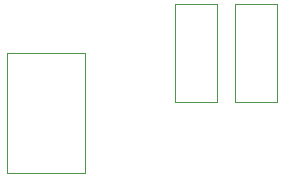
<source format=gbr>
G04 #@! TF.FileFunction,Other,User*
%FSLAX46Y46*%
G04 Gerber Fmt 4.6, Leading zero omitted, Abs format (unit mm)*
G04 Created by KiCad (PCBNEW 4.0.2+dfsg1-stable) date Mon Nov  6 16:18:01 2017*
%MOMM*%
G01*
G04 APERTURE LIST*
%ADD10C,0.100000*%
%ADD11C,0.050000*%
G04 APERTURE END LIST*
D10*
D11*
X97310000Y-108245000D02*
X100810000Y-108245000D01*
X100810000Y-108245000D02*
X100810000Y-116545000D01*
X100810000Y-116545000D02*
X97310000Y-116545000D01*
X97310000Y-116545000D02*
X97310000Y-108245000D01*
X92230000Y-108245000D02*
X95730000Y-108245000D01*
X95730000Y-108245000D02*
X95730000Y-116545000D01*
X95730000Y-116545000D02*
X92230000Y-116545000D01*
X92230000Y-116545000D02*
X92230000Y-108245000D01*
X84580000Y-112375000D02*
X77980000Y-112375000D01*
X84580000Y-122575000D02*
X77980000Y-122575000D01*
X77980000Y-122575000D02*
X77980000Y-112375000D01*
X84580000Y-122575000D02*
X84580000Y-112375000D01*
M02*

</source>
